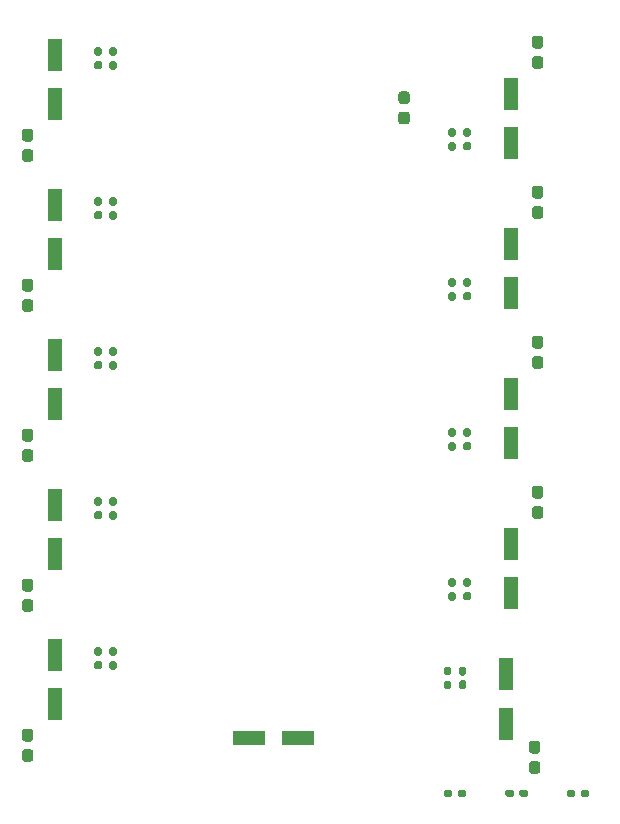
<source format=gbr>
%TF.GenerationSoftware,KiCad,Pcbnew,(5.1.7)-1*%
%TF.CreationDate,2020-11-16T09:35:31-07:00*%
%TF.ProjectId,RGB Controller,52474220-436f-46e7-9472-6f6c6c65722e,rev?*%
%TF.SameCoordinates,Original*%
%TF.FileFunction,Paste,Top*%
%TF.FilePolarity,Positive*%
%FSLAX46Y46*%
G04 Gerber Fmt 4.6, Leading zero omitted, Abs format (unit mm)*
G04 Created by KiCad (PCBNEW (5.1.7)-1) date 2020-11-16 09:35:31*
%MOMM*%
%LPD*%
G01*
G04 APERTURE LIST*
%ADD10R,1.219200X2.717800*%
%ADD11R,2.717800X1.219200*%
G04 APERTURE END LIST*
%TO.C,C21*%
G36*
G01*
X154448500Y-123896000D02*
X154923500Y-123896000D01*
G75*
G02*
X155161000Y-124133500I0J-237500D01*
G01*
X155161000Y-124733500D01*
G75*
G02*
X154923500Y-124971000I-237500J0D01*
G01*
X154448500Y-124971000D01*
G75*
G02*
X154211000Y-124733500I0J237500D01*
G01*
X154211000Y-124133500D01*
G75*
G02*
X154448500Y-123896000I237500J0D01*
G01*
G37*
G36*
G01*
X154448500Y-122171000D02*
X154923500Y-122171000D01*
G75*
G02*
X155161000Y-122408500I0J-237500D01*
G01*
X155161000Y-123008500D01*
G75*
G02*
X154923500Y-123246000I-237500J0D01*
G01*
X154448500Y-123246000D01*
G75*
G02*
X154211000Y-123008500I0J237500D01*
G01*
X154211000Y-122408500D01*
G75*
G02*
X154448500Y-122171000I237500J0D01*
G01*
G37*
%TD*%
D10*
%TO.C,C8*%
X114046000Y-102171500D03*
X114046000Y-106362500D03*
%TD*%
%TO.C,C1*%
G36*
G01*
X143399500Y-68905000D02*
X143874500Y-68905000D01*
G75*
G02*
X144112000Y-69142500I0J-237500D01*
G01*
X144112000Y-69742500D01*
G75*
G02*
X143874500Y-69980000I-237500J0D01*
G01*
X143399500Y-69980000D01*
G75*
G02*
X143162000Y-69742500I0J237500D01*
G01*
X143162000Y-69142500D01*
G75*
G02*
X143399500Y-68905000I237500J0D01*
G01*
G37*
G36*
G01*
X143399500Y-67180000D02*
X143874500Y-67180000D01*
G75*
G02*
X144112000Y-67417500I0J-237500D01*
G01*
X144112000Y-68017500D01*
G75*
G02*
X143874500Y-68255000I-237500J0D01*
G01*
X143399500Y-68255000D01*
G75*
G02*
X143162000Y-68017500I0J237500D01*
G01*
X143162000Y-67417500D01*
G75*
G02*
X143399500Y-67180000I237500J0D01*
G01*
G37*
%TD*%
%TO.C,C2*%
G36*
G01*
X111997500Y-96830000D02*
X111522500Y-96830000D01*
G75*
G02*
X111285000Y-96592500I0J237500D01*
G01*
X111285000Y-95992500D01*
G75*
G02*
X111522500Y-95755000I237500J0D01*
G01*
X111997500Y-95755000D01*
G75*
G02*
X112235000Y-95992500I0J-237500D01*
G01*
X112235000Y-96592500D01*
G75*
G02*
X111997500Y-96830000I-237500J0D01*
G01*
G37*
G36*
G01*
X111997500Y-98555000D02*
X111522500Y-98555000D01*
G75*
G02*
X111285000Y-98317500I0J237500D01*
G01*
X111285000Y-97717500D01*
G75*
G02*
X111522500Y-97480000I237500J0D01*
G01*
X111997500Y-97480000D01*
G75*
G02*
X112235000Y-97717500I0J-237500D01*
G01*
X112235000Y-98317500D01*
G75*
G02*
X111997500Y-98555000I-237500J0D01*
G01*
G37*
%TD*%
%TO.C,C3*%
G36*
G01*
X111997500Y-109530000D02*
X111522500Y-109530000D01*
G75*
G02*
X111285000Y-109292500I0J237500D01*
G01*
X111285000Y-108692500D01*
G75*
G02*
X111522500Y-108455000I237500J0D01*
G01*
X111997500Y-108455000D01*
G75*
G02*
X112235000Y-108692500I0J-237500D01*
G01*
X112235000Y-109292500D01*
G75*
G02*
X111997500Y-109530000I-237500J0D01*
G01*
G37*
G36*
G01*
X111997500Y-111255000D02*
X111522500Y-111255000D01*
G75*
G02*
X111285000Y-111017500I0J237500D01*
G01*
X111285000Y-110417500D01*
G75*
G02*
X111522500Y-110180000I237500J0D01*
G01*
X111997500Y-110180000D01*
G75*
G02*
X112235000Y-110417500I0J-237500D01*
G01*
X112235000Y-111017500D01*
G75*
G02*
X111997500Y-111255000I-237500J0D01*
G01*
G37*
%TD*%
%TO.C,C4*%
G36*
G01*
X111997500Y-71430000D02*
X111522500Y-71430000D01*
G75*
G02*
X111285000Y-71192500I0J237500D01*
G01*
X111285000Y-70592500D01*
G75*
G02*
X111522500Y-70355000I237500J0D01*
G01*
X111997500Y-70355000D01*
G75*
G02*
X112235000Y-70592500I0J-237500D01*
G01*
X112235000Y-71192500D01*
G75*
G02*
X111997500Y-71430000I-237500J0D01*
G01*
G37*
G36*
G01*
X111997500Y-73155000D02*
X111522500Y-73155000D01*
G75*
G02*
X111285000Y-72917500I0J237500D01*
G01*
X111285000Y-72317500D01*
G75*
G02*
X111522500Y-72080000I237500J0D01*
G01*
X111997500Y-72080000D01*
G75*
G02*
X112235000Y-72317500I0J-237500D01*
G01*
X112235000Y-72917500D01*
G75*
G02*
X111997500Y-73155000I-237500J0D01*
G01*
G37*
%TD*%
%TO.C,C5*%
G36*
G01*
X111997500Y-84130000D02*
X111522500Y-84130000D01*
G75*
G02*
X111285000Y-83892500I0J237500D01*
G01*
X111285000Y-83292500D01*
G75*
G02*
X111522500Y-83055000I237500J0D01*
G01*
X111997500Y-83055000D01*
G75*
G02*
X112235000Y-83292500I0J-237500D01*
G01*
X112235000Y-83892500D01*
G75*
G02*
X111997500Y-84130000I-237500J0D01*
G01*
G37*
G36*
G01*
X111997500Y-85855000D02*
X111522500Y-85855000D01*
G75*
G02*
X111285000Y-85617500I0J237500D01*
G01*
X111285000Y-85017500D01*
G75*
G02*
X111522500Y-84780000I237500J0D01*
G01*
X111997500Y-84780000D01*
G75*
G02*
X112235000Y-85017500I0J-237500D01*
G01*
X112235000Y-85617500D01*
G75*
G02*
X111997500Y-85855000I-237500J0D01*
G01*
G37*
%TD*%
%TO.C,C6*%
G36*
G01*
X111997500Y-122230000D02*
X111522500Y-122230000D01*
G75*
G02*
X111285000Y-121992500I0J237500D01*
G01*
X111285000Y-121392500D01*
G75*
G02*
X111522500Y-121155000I237500J0D01*
G01*
X111997500Y-121155000D01*
G75*
G02*
X112235000Y-121392500I0J-237500D01*
G01*
X112235000Y-121992500D01*
G75*
G02*
X111997500Y-122230000I-237500J0D01*
G01*
G37*
G36*
G01*
X111997500Y-123955000D02*
X111522500Y-123955000D01*
G75*
G02*
X111285000Y-123717500I0J237500D01*
G01*
X111285000Y-123117500D01*
G75*
G02*
X111522500Y-122880000I237500J0D01*
G01*
X111997500Y-122880000D01*
G75*
G02*
X112235000Y-123117500I0J-237500D01*
G01*
X112235000Y-123717500D01*
G75*
G02*
X111997500Y-123955000I-237500J0D01*
G01*
G37*
%TD*%
%TO.C,C7*%
X114046000Y-89471500D03*
X114046000Y-93662500D03*
%TD*%
%TO.C,C9*%
X114046000Y-64071500D03*
X114046000Y-68262500D03*
%TD*%
%TO.C,C10*%
X114046000Y-76771500D03*
X114046000Y-80962500D03*
%TD*%
%TO.C,C11*%
X114046000Y-114871500D03*
X114046000Y-119062500D03*
%TD*%
%TO.C,C12*%
G36*
G01*
X117884000Y-89589000D02*
X117574000Y-89589000D01*
G75*
G02*
X117419000Y-89434000I0J155000D01*
G01*
X117419000Y-89009000D01*
G75*
G02*
X117574000Y-88854000I155000J0D01*
G01*
X117884000Y-88854000D01*
G75*
G02*
X118039000Y-89009000I0J-155000D01*
G01*
X118039000Y-89434000D01*
G75*
G02*
X117884000Y-89589000I-155000J0D01*
G01*
G37*
G36*
G01*
X117884000Y-90724000D02*
X117574000Y-90724000D01*
G75*
G02*
X117419000Y-90569000I0J155000D01*
G01*
X117419000Y-90144000D01*
G75*
G02*
X117574000Y-89989000I155000J0D01*
G01*
X117884000Y-89989000D01*
G75*
G02*
X118039000Y-90144000I0J-155000D01*
G01*
X118039000Y-90569000D01*
G75*
G02*
X117884000Y-90724000I-155000J0D01*
G01*
G37*
%TD*%
%TO.C,C13*%
G36*
G01*
X117884000Y-102289000D02*
X117574000Y-102289000D01*
G75*
G02*
X117419000Y-102134000I0J155000D01*
G01*
X117419000Y-101709000D01*
G75*
G02*
X117574000Y-101554000I155000J0D01*
G01*
X117884000Y-101554000D01*
G75*
G02*
X118039000Y-101709000I0J-155000D01*
G01*
X118039000Y-102134000D01*
G75*
G02*
X117884000Y-102289000I-155000J0D01*
G01*
G37*
G36*
G01*
X117884000Y-103424000D02*
X117574000Y-103424000D01*
G75*
G02*
X117419000Y-103269000I0J155000D01*
G01*
X117419000Y-102844000D01*
G75*
G02*
X117574000Y-102689000I155000J0D01*
G01*
X117884000Y-102689000D01*
G75*
G02*
X118039000Y-102844000I0J-155000D01*
G01*
X118039000Y-103269000D01*
G75*
G02*
X117884000Y-103424000I-155000J0D01*
G01*
G37*
%TD*%
%TO.C,C14*%
G36*
G01*
X117884000Y-64189000D02*
X117574000Y-64189000D01*
G75*
G02*
X117419000Y-64034000I0J155000D01*
G01*
X117419000Y-63609000D01*
G75*
G02*
X117574000Y-63454000I155000J0D01*
G01*
X117884000Y-63454000D01*
G75*
G02*
X118039000Y-63609000I0J-155000D01*
G01*
X118039000Y-64034000D01*
G75*
G02*
X117884000Y-64189000I-155000J0D01*
G01*
G37*
G36*
G01*
X117884000Y-65324000D02*
X117574000Y-65324000D01*
G75*
G02*
X117419000Y-65169000I0J155000D01*
G01*
X117419000Y-64744000D01*
G75*
G02*
X117574000Y-64589000I155000J0D01*
G01*
X117884000Y-64589000D01*
G75*
G02*
X118039000Y-64744000I0J-155000D01*
G01*
X118039000Y-65169000D01*
G75*
G02*
X117884000Y-65324000I-155000J0D01*
G01*
G37*
%TD*%
%TO.C,C15*%
G36*
G01*
X117884000Y-76889000D02*
X117574000Y-76889000D01*
G75*
G02*
X117419000Y-76734000I0J155000D01*
G01*
X117419000Y-76309000D01*
G75*
G02*
X117574000Y-76154000I155000J0D01*
G01*
X117884000Y-76154000D01*
G75*
G02*
X118039000Y-76309000I0J-155000D01*
G01*
X118039000Y-76734000D01*
G75*
G02*
X117884000Y-76889000I-155000J0D01*
G01*
G37*
G36*
G01*
X117884000Y-78024000D02*
X117574000Y-78024000D01*
G75*
G02*
X117419000Y-77869000I0J155000D01*
G01*
X117419000Y-77444000D01*
G75*
G02*
X117574000Y-77289000I155000J0D01*
G01*
X117884000Y-77289000D01*
G75*
G02*
X118039000Y-77444000I0J-155000D01*
G01*
X118039000Y-77869000D01*
G75*
G02*
X117884000Y-78024000I-155000J0D01*
G01*
G37*
%TD*%
%TO.C,C16*%
G36*
G01*
X117884000Y-114989000D02*
X117574000Y-114989000D01*
G75*
G02*
X117419000Y-114834000I0J155000D01*
G01*
X117419000Y-114409000D01*
G75*
G02*
X117574000Y-114254000I155000J0D01*
G01*
X117884000Y-114254000D01*
G75*
G02*
X118039000Y-114409000I0J-155000D01*
G01*
X118039000Y-114834000D01*
G75*
G02*
X117884000Y-114989000I-155000J0D01*
G01*
G37*
G36*
G01*
X117884000Y-116124000D02*
X117574000Y-116124000D01*
G75*
G02*
X117419000Y-115969000I0J155000D01*
G01*
X117419000Y-115544000D01*
G75*
G02*
X117574000Y-115389000I155000J0D01*
G01*
X117884000Y-115389000D01*
G75*
G02*
X118039000Y-115544000I0J-155000D01*
G01*
X118039000Y-115969000D01*
G75*
G02*
X117884000Y-116124000I-155000J0D01*
G01*
G37*
%TD*%
%TO.C,C17*%
G36*
G01*
X154702500Y-64206000D02*
X155177500Y-64206000D01*
G75*
G02*
X155415000Y-64443500I0J-237500D01*
G01*
X155415000Y-65043500D01*
G75*
G02*
X155177500Y-65281000I-237500J0D01*
G01*
X154702500Y-65281000D01*
G75*
G02*
X154465000Y-65043500I0J237500D01*
G01*
X154465000Y-64443500D01*
G75*
G02*
X154702500Y-64206000I237500J0D01*
G01*
G37*
G36*
G01*
X154702500Y-62481000D02*
X155177500Y-62481000D01*
G75*
G02*
X155415000Y-62718500I0J-237500D01*
G01*
X155415000Y-63318500D01*
G75*
G02*
X155177500Y-63556000I-237500J0D01*
G01*
X154702500Y-63556000D01*
G75*
G02*
X154465000Y-63318500I0J237500D01*
G01*
X154465000Y-62718500D01*
G75*
G02*
X154702500Y-62481000I237500J0D01*
G01*
G37*
%TD*%
%TO.C,C18*%
G36*
G01*
X154702500Y-76906000D02*
X155177500Y-76906000D01*
G75*
G02*
X155415000Y-77143500I0J-237500D01*
G01*
X155415000Y-77743500D01*
G75*
G02*
X155177500Y-77981000I-237500J0D01*
G01*
X154702500Y-77981000D01*
G75*
G02*
X154465000Y-77743500I0J237500D01*
G01*
X154465000Y-77143500D01*
G75*
G02*
X154702500Y-76906000I237500J0D01*
G01*
G37*
G36*
G01*
X154702500Y-75181000D02*
X155177500Y-75181000D01*
G75*
G02*
X155415000Y-75418500I0J-237500D01*
G01*
X155415000Y-76018500D01*
G75*
G02*
X155177500Y-76256000I-237500J0D01*
G01*
X154702500Y-76256000D01*
G75*
G02*
X154465000Y-76018500I0J237500D01*
G01*
X154465000Y-75418500D01*
G75*
G02*
X154702500Y-75181000I237500J0D01*
G01*
G37*
%TD*%
%TO.C,C19*%
G36*
G01*
X154702500Y-89606000D02*
X155177500Y-89606000D01*
G75*
G02*
X155415000Y-89843500I0J-237500D01*
G01*
X155415000Y-90443500D01*
G75*
G02*
X155177500Y-90681000I-237500J0D01*
G01*
X154702500Y-90681000D01*
G75*
G02*
X154465000Y-90443500I0J237500D01*
G01*
X154465000Y-89843500D01*
G75*
G02*
X154702500Y-89606000I237500J0D01*
G01*
G37*
G36*
G01*
X154702500Y-87881000D02*
X155177500Y-87881000D01*
G75*
G02*
X155415000Y-88118500I0J-237500D01*
G01*
X155415000Y-88718500D01*
G75*
G02*
X155177500Y-88956000I-237500J0D01*
G01*
X154702500Y-88956000D01*
G75*
G02*
X154465000Y-88718500I0J237500D01*
G01*
X154465000Y-88118500D01*
G75*
G02*
X154702500Y-87881000I237500J0D01*
G01*
G37*
%TD*%
%TO.C,C20*%
G36*
G01*
X154702500Y-102306000D02*
X155177500Y-102306000D01*
G75*
G02*
X155415000Y-102543500I0J-237500D01*
G01*
X155415000Y-103143500D01*
G75*
G02*
X155177500Y-103381000I-237500J0D01*
G01*
X154702500Y-103381000D01*
G75*
G02*
X154465000Y-103143500I0J237500D01*
G01*
X154465000Y-102543500D01*
G75*
G02*
X154702500Y-102306000I237500J0D01*
G01*
G37*
G36*
G01*
X154702500Y-100581000D02*
X155177500Y-100581000D01*
G75*
G02*
X155415000Y-100818500I0J-237500D01*
G01*
X155415000Y-101418500D01*
G75*
G02*
X155177500Y-101656000I-237500J0D01*
G01*
X154702500Y-101656000D01*
G75*
G02*
X154465000Y-101418500I0J237500D01*
G01*
X154465000Y-100818500D01*
G75*
G02*
X154702500Y-100581000I237500J0D01*
G01*
G37*
%TD*%
%TO.C,C22*%
X152654000Y-71564500D03*
X152654000Y-67373500D03*
%TD*%
%TO.C,C23*%
X152654000Y-84264500D03*
X152654000Y-80073500D03*
%TD*%
%TO.C,C24*%
X152654000Y-96964500D03*
X152654000Y-92773500D03*
%TD*%
%TO.C,C25*%
X152654000Y-109664500D03*
X152654000Y-105473500D03*
%TD*%
%TO.C,C26*%
X152273000Y-116522500D03*
X152273000Y-120713500D03*
%TD*%
%TO.C,C27*%
G36*
G01*
X148816000Y-71447000D02*
X149126000Y-71447000D01*
G75*
G02*
X149281000Y-71602000I0J-155000D01*
G01*
X149281000Y-72027000D01*
G75*
G02*
X149126000Y-72182000I-155000J0D01*
G01*
X148816000Y-72182000D01*
G75*
G02*
X148661000Y-72027000I0J155000D01*
G01*
X148661000Y-71602000D01*
G75*
G02*
X148816000Y-71447000I155000J0D01*
G01*
G37*
G36*
G01*
X148816000Y-70312000D02*
X149126000Y-70312000D01*
G75*
G02*
X149281000Y-70467000I0J-155000D01*
G01*
X149281000Y-70892000D01*
G75*
G02*
X149126000Y-71047000I-155000J0D01*
G01*
X148816000Y-71047000D01*
G75*
G02*
X148661000Y-70892000I0J155000D01*
G01*
X148661000Y-70467000D01*
G75*
G02*
X148816000Y-70312000I155000J0D01*
G01*
G37*
%TD*%
%TO.C,C28*%
G36*
G01*
X148816000Y-84147000D02*
X149126000Y-84147000D01*
G75*
G02*
X149281000Y-84302000I0J-155000D01*
G01*
X149281000Y-84727000D01*
G75*
G02*
X149126000Y-84882000I-155000J0D01*
G01*
X148816000Y-84882000D01*
G75*
G02*
X148661000Y-84727000I0J155000D01*
G01*
X148661000Y-84302000D01*
G75*
G02*
X148816000Y-84147000I155000J0D01*
G01*
G37*
G36*
G01*
X148816000Y-83012000D02*
X149126000Y-83012000D01*
G75*
G02*
X149281000Y-83167000I0J-155000D01*
G01*
X149281000Y-83592000D01*
G75*
G02*
X149126000Y-83747000I-155000J0D01*
G01*
X148816000Y-83747000D01*
G75*
G02*
X148661000Y-83592000I0J155000D01*
G01*
X148661000Y-83167000D01*
G75*
G02*
X148816000Y-83012000I155000J0D01*
G01*
G37*
%TD*%
%TO.C,C29*%
G36*
G01*
X148816000Y-96847000D02*
X149126000Y-96847000D01*
G75*
G02*
X149281000Y-97002000I0J-155000D01*
G01*
X149281000Y-97427000D01*
G75*
G02*
X149126000Y-97582000I-155000J0D01*
G01*
X148816000Y-97582000D01*
G75*
G02*
X148661000Y-97427000I0J155000D01*
G01*
X148661000Y-97002000D01*
G75*
G02*
X148816000Y-96847000I155000J0D01*
G01*
G37*
G36*
G01*
X148816000Y-95712000D02*
X149126000Y-95712000D01*
G75*
G02*
X149281000Y-95867000I0J-155000D01*
G01*
X149281000Y-96292000D01*
G75*
G02*
X149126000Y-96447000I-155000J0D01*
G01*
X148816000Y-96447000D01*
G75*
G02*
X148661000Y-96292000I0J155000D01*
G01*
X148661000Y-95867000D01*
G75*
G02*
X148816000Y-95712000I155000J0D01*
G01*
G37*
%TD*%
%TO.C,C30*%
G36*
G01*
X148816000Y-109547000D02*
X149126000Y-109547000D01*
G75*
G02*
X149281000Y-109702000I0J-155000D01*
G01*
X149281000Y-110127000D01*
G75*
G02*
X149126000Y-110282000I-155000J0D01*
G01*
X148816000Y-110282000D01*
G75*
G02*
X148661000Y-110127000I0J155000D01*
G01*
X148661000Y-109702000D01*
G75*
G02*
X148816000Y-109547000I155000J0D01*
G01*
G37*
G36*
G01*
X148816000Y-108412000D02*
X149126000Y-108412000D01*
G75*
G02*
X149281000Y-108567000I0J-155000D01*
G01*
X149281000Y-108992000D01*
G75*
G02*
X149126000Y-109147000I-155000J0D01*
G01*
X148816000Y-109147000D01*
G75*
G02*
X148661000Y-108992000I0J155000D01*
G01*
X148661000Y-108567000D01*
G75*
G02*
X148816000Y-108412000I155000J0D01*
G01*
G37*
%TD*%
%TO.C,C31*%
G36*
G01*
X148745000Y-116640000D02*
X148435000Y-116640000D01*
G75*
G02*
X148280000Y-116485000I0J155000D01*
G01*
X148280000Y-116060000D01*
G75*
G02*
X148435000Y-115905000I155000J0D01*
G01*
X148745000Y-115905000D01*
G75*
G02*
X148900000Y-116060000I0J-155000D01*
G01*
X148900000Y-116485000D01*
G75*
G02*
X148745000Y-116640000I-155000J0D01*
G01*
G37*
G36*
G01*
X148745000Y-117775000D02*
X148435000Y-117775000D01*
G75*
G02*
X148280000Y-117620000I0J155000D01*
G01*
X148280000Y-117195000D01*
G75*
G02*
X148435000Y-117040000I155000J0D01*
G01*
X148745000Y-117040000D01*
G75*
G02*
X148900000Y-117195000I0J-155000D01*
G01*
X148900000Y-117620000D01*
G75*
G02*
X148745000Y-117775000I-155000J0D01*
G01*
G37*
%TD*%
D11*
%TO.C,C32*%
X130492500Y-121920000D03*
X134683500Y-121920000D03*
%TD*%
%TO.C,R1*%
G36*
G01*
X119159000Y-89549000D02*
X118839000Y-89549000D01*
G75*
G02*
X118679000Y-89389000I0J160000D01*
G01*
X118679000Y-88994000D01*
G75*
G02*
X118839000Y-88834000I160000J0D01*
G01*
X119159000Y-88834000D01*
G75*
G02*
X119319000Y-88994000I0J-160000D01*
G01*
X119319000Y-89389000D01*
G75*
G02*
X119159000Y-89549000I-160000J0D01*
G01*
G37*
G36*
G01*
X119159000Y-90744000D02*
X118839000Y-90744000D01*
G75*
G02*
X118679000Y-90584000I0J160000D01*
G01*
X118679000Y-90189000D01*
G75*
G02*
X118839000Y-90029000I160000J0D01*
G01*
X119159000Y-90029000D01*
G75*
G02*
X119319000Y-90189000I0J-160000D01*
G01*
X119319000Y-90584000D01*
G75*
G02*
X119159000Y-90744000I-160000J0D01*
G01*
G37*
%TD*%
%TO.C,R2*%
G36*
G01*
X119159000Y-103444000D02*
X118839000Y-103444000D01*
G75*
G02*
X118679000Y-103284000I0J160000D01*
G01*
X118679000Y-102889000D01*
G75*
G02*
X118839000Y-102729000I160000J0D01*
G01*
X119159000Y-102729000D01*
G75*
G02*
X119319000Y-102889000I0J-160000D01*
G01*
X119319000Y-103284000D01*
G75*
G02*
X119159000Y-103444000I-160000J0D01*
G01*
G37*
G36*
G01*
X119159000Y-102249000D02*
X118839000Y-102249000D01*
G75*
G02*
X118679000Y-102089000I0J160000D01*
G01*
X118679000Y-101694000D01*
G75*
G02*
X118839000Y-101534000I160000J0D01*
G01*
X119159000Y-101534000D01*
G75*
G02*
X119319000Y-101694000I0J-160000D01*
G01*
X119319000Y-102089000D01*
G75*
G02*
X119159000Y-102249000I-160000J0D01*
G01*
G37*
%TD*%
%TO.C,R3*%
G36*
G01*
X119159000Y-65344000D02*
X118839000Y-65344000D01*
G75*
G02*
X118679000Y-65184000I0J160000D01*
G01*
X118679000Y-64789000D01*
G75*
G02*
X118839000Y-64629000I160000J0D01*
G01*
X119159000Y-64629000D01*
G75*
G02*
X119319000Y-64789000I0J-160000D01*
G01*
X119319000Y-65184000D01*
G75*
G02*
X119159000Y-65344000I-160000J0D01*
G01*
G37*
G36*
G01*
X119159000Y-64149000D02*
X118839000Y-64149000D01*
G75*
G02*
X118679000Y-63989000I0J160000D01*
G01*
X118679000Y-63594000D01*
G75*
G02*
X118839000Y-63434000I160000J0D01*
G01*
X119159000Y-63434000D01*
G75*
G02*
X119319000Y-63594000I0J-160000D01*
G01*
X119319000Y-63989000D01*
G75*
G02*
X119159000Y-64149000I-160000J0D01*
G01*
G37*
%TD*%
%TO.C,R4*%
G36*
G01*
X119159000Y-76849000D02*
X118839000Y-76849000D01*
G75*
G02*
X118679000Y-76689000I0J160000D01*
G01*
X118679000Y-76294000D01*
G75*
G02*
X118839000Y-76134000I160000J0D01*
G01*
X119159000Y-76134000D01*
G75*
G02*
X119319000Y-76294000I0J-160000D01*
G01*
X119319000Y-76689000D01*
G75*
G02*
X119159000Y-76849000I-160000J0D01*
G01*
G37*
G36*
G01*
X119159000Y-78044000D02*
X118839000Y-78044000D01*
G75*
G02*
X118679000Y-77884000I0J160000D01*
G01*
X118679000Y-77489000D01*
G75*
G02*
X118839000Y-77329000I160000J0D01*
G01*
X119159000Y-77329000D01*
G75*
G02*
X119319000Y-77489000I0J-160000D01*
G01*
X119319000Y-77884000D01*
G75*
G02*
X119159000Y-78044000I-160000J0D01*
G01*
G37*
%TD*%
%TO.C,R5*%
G36*
G01*
X119159000Y-114949000D02*
X118839000Y-114949000D01*
G75*
G02*
X118679000Y-114789000I0J160000D01*
G01*
X118679000Y-114394000D01*
G75*
G02*
X118839000Y-114234000I160000J0D01*
G01*
X119159000Y-114234000D01*
G75*
G02*
X119319000Y-114394000I0J-160000D01*
G01*
X119319000Y-114789000D01*
G75*
G02*
X119159000Y-114949000I-160000J0D01*
G01*
G37*
G36*
G01*
X119159000Y-116144000D02*
X118839000Y-116144000D01*
G75*
G02*
X118679000Y-115984000I0J160000D01*
G01*
X118679000Y-115589000D01*
G75*
G02*
X118839000Y-115429000I160000J0D01*
G01*
X119159000Y-115429000D01*
G75*
G02*
X119319000Y-115589000I0J-160000D01*
G01*
X119319000Y-115984000D01*
G75*
G02*
X119159000Y-116144000I-160000J0D01*
G01*
G37*
%TD*%
%TO.C,R6*%
G36*
G01*
X147541000Y-70292000D02*
X147861000Y-70292000D01*
G75*
G02*
X148021000Y-70452000I0J-160000D01*
G01*
X148021000Y-70847000D01*
G75*
G02*
X147861000Y-71007000I-160000J0D01*
G01*
X147541000Y-71007000D01*
G75*
G02*
X147381000Y-70847000I0J160000D01*
G01*
X147381000Y-70452000D01*
G75*
G02*
X147541000Y-70292000I160000J0D01*
G01*
G37*
G36*
G01*
X147541000Y-71487000D02*
X147861000Y-71487000D01*
G75*
G02*
X148021000Y-71647000I0J-160000D01*
G01*
X148021000Y-72042000D01*
G75*
G02*
X147861000Y-72202000I-160000J0D01*
G01*
X147541000Y-72202000D01*
G75*
G02*
X147381000Y-72042000I0J160000D01*
G01*
X147381000Y-71647000D01*
G75*
G02*
X147541000Y-71487000I160000J0D01*
G01*
G37*
%TD*%
%TO.C,R7*%
G36*
G01*
X147541000Y-84187000D02*
X147861000Y-84187000D01*
G75*
G02*
X148021000Y-84347000I0J-160000D01*
G01*
X148021000Y-84742000D01*
G75*
G02*
X147861000Y-84902000I-160000J0D01*
G01*
X147541000Y-84902000D01*
G75*
G02*
X147381000Y-84742000I0J160000D01*
G01*
X147381000Y-84347000D01*
G75*
G02*
X147541000Y-84187000I160000J0D01*
G01*
G37*
G36*
G01*
X147541000Y-82992000D02*
X147861000Y-82992000D01*
G75*
G02*
X148021000Y-83152000I0J-160000D01*
G01*
X148021000Y-83547000D01*
G75*
G02*
X147861000Y-83707000I-160000J0D01*
G01*
X147541000Y-83707000D01*
G75*
G02*
X147381000Y-83547000I0J160000D01*
G01*
X147381000Y-83152000D01*
G75*
G02*
X147541000Y-82992000I160000J0D01*
G01*
G37*
%TD*%
%TO.C,R8*%
G36*
G01*
X147541000Y-95692000D02*
X147861000Y-95692000D01*
G75*
G02*
X148021000Y-95852000I0J-160000D01*
G01*
X148021000Y-96247000D01*
G75*
G02*
X147861000Y-96407000I-160000J0D01*
G01*
X147541000Y-96407000D01*
G75*
G02*
X147381000Y-96247000I0J160000D01*
G01*
X147381000Y-95852000D01*
G75*
G02*
X147541000Y-95692000I160000J0D01*
G01*
G37*
G36*
G01*
X147541000Y-96887000D02*
X147861000Y-96887000D01*
G75*
G02*
X148021000Y-97047000I0J-160000D01*
G01*
X148021000Y-97442000D01*
G75*
G02*
X147861000Y-97602000I-160000J0D01*
G01*
X147541000Y-97602000D01*
G75*
G02*
X147381000Y-97442000I0J160000D01*
G01*
X147381000Y-97047000D01*
G75*
G02*
X147541000Y-96887000I160000J0D01*
G01*
G37*
%TD*%
%TO.C,R9*%
G36*
G01*
X147541000Y-108392000D02*
X147861000Y-108392000D01*
G75*
G02*
X148021000Y-108552000I0J-160000D01*
G01*
X148021000Y-108947000D01*
G75*
G02*
X147861000Y-109107000I-160000J0D01*
G01*
X147541000Y-109107000D01*
G75*
G02*
X147381000Y-108947000I0J160000D01*
G01*
X147381000Y-108552000D01*
G75*
G02*
X147541000Y-108392000I160000J0D01*
G01*
G37*
G36*
G01*
X147541000Y-109587000D02*
X147861000Y-109587000D01*
G75*
G02*
X148021000Y-109747000I0J-160000D01*
G01*
X148021000Y-110142000D01*
G75*
G02*
X147861000Y-110302000I-160000J0D01*
G01*
X147541000Y-110302000D01*
G75*
G02*
X147381000Y-110142000I0J160000D01*
G01*
X147381000Y-109747000D01*
G75*
G02*
X147541000Y-109587000I160000J0D01*
G01*
G37*
%TD*%
%TO.C,R10*%
G36*
G01*
X147480000Y-116600000D02*
X147160000Y-116600000D01*
G75*
G02*
X147000000Y-116440000I0J160000D01*
G01*
X147000000Y-116045000D01*
G75*
G02*
X147160000Y-115885000I160000J0D01*
G01*
X147480000Y-115885000D01*
G75*
G02*
X147640000Y-116045000I0J-160000D01*
G01*
X147640000Y-116440000D01*
G75*
G02*
X147480000Y-116600000I-160000J0D01*
G01*
G37*
G36*
G01*
X147480000Y-117795000D02*
X147160000Y-117795000D01*
G75*
G02*
X147000000Y-117635000I0J160000D01*
G01*
X147000000Y-117240000D01*
G75*
G02*
X147160000Y-117080000I160000J0D01*
G01*
X147480000Y-117080000D01*
G75*
G02*
X147640000Y-117240000I0J-160000D01*
G01*
X147640000Y-117635000D01*
G75*
G02*
X147480000Y-117795000I-160000J0D01*
G01*
G37*
%TD*%
%TO.C,R11*%
G36*
G01*
X157414000Y-126779000D02*
X157414000Y-126459000D01*
G75*
G02*
X157574000Y-126299000I160000J0D01*
G01*
X157969000Y-126299000D01*
G75*
G02*
X158129000Y-126459000I0J-160000D01*
G01*
X158129000Y-126779000D01*
G75*
G02*
X157969000Y-126939000I-160000J0D01*
G01*
X157574000Y-126939000D01*
G75*
G02*
X157414000Y-126779000I0J160000D01*
G01*
G37*
G36*
G01*
X158609000Y-126779000D02*
X158609000Y-126459000D01*
G75*
G02*
X158769000Y-126299000I160000J0D01*
G01*
X159164000Y-126299000D01*
G75*
G02*
X159324000Y-126459000I0J-160000D01*
G01*
X159324000Y-126779000D01*
G75*
G02*
X159164000Y-126939000I-160000J0D01*
G01*
X158769000Y-126939000D01*
G75*
G02*
X158609000Y-126779000I0J160000D01*
G01*
G37*
%TD*%
%TO.C,R12*%
G36*
G01*
X153402000Y-126779000D02*
X153402000Y-126459000D01*
G75*
G02*
X153562000Y-126299000I160000J0D01*
G01*
X153957000Y-126299000D01*
G75*
G02*
X154117000Y-126459000I0J-160000D01*
G01*
X154117000Y-126779000D01*
G75*
G02*
X153957000Y-126939000I-160000J0D01*
G01*
X153562000Y-126939000D01*
G75*
G02*
X153402000Y-126779000I0J160000D01*
G01*
G37*
G36*
G01*
X152207000Y-126779000D02*
X152207000Y-126459000D01*
G75*
G02*
X152367000Y-126299000I160000J0D01*
G01*
X152762000Y-126299000D01*
G75*
G02*
X152922000Y-126459000I0J-160000D01*
G01*
X152922000Y-126779000D01*
G75*
G02*
X152762000Y-126939000I-160000J0D01*
G01*
X152367000Y-126939000D01*
G75*
G02*
X152207000Y-126779000I0J160000D01*
G01*
G37*
%TD*%
%TO.C,R13*%
G36*
G01*
X147000000Y-126779000D02*
X147000000Y-126459000D01*
G75*
G02*
X147160000Y-126299000I160000J0D01*
G01*
X147555000Y-126299000D01*
G75*
G02*
X147715000Y-126459000I0J-160000D01*
G01*
X147715000Y-126779000D01*
G75*
G02*
X147555000Y-126939000I-160000J0D01*
G01*
X147160000Y-126939000D01*
G75*
G02*
X147000000Y-126779000I0J160000D01*
G01*
G37*
G36*
G01*
X148195000Y-126779000D02*
X148195000Y-126459000D01*
G75*
G02*
X148355000Y-126299000I160000J0D01*
G01*
X148750000Y-126299000D01*
G75*
G02*
X148910000Y-126459000I0J-160000D01*
G01*
X148910000Y-126779000D01*
G75*
G02*
X148750000Y-126939000I-160000J0D01*
G01*
X148355000Y-126939000D01*
G75*
G02*
X148195000Y-126779000I0J160000D01*
G01*
G37*
%TD*%
M02*

</source>
